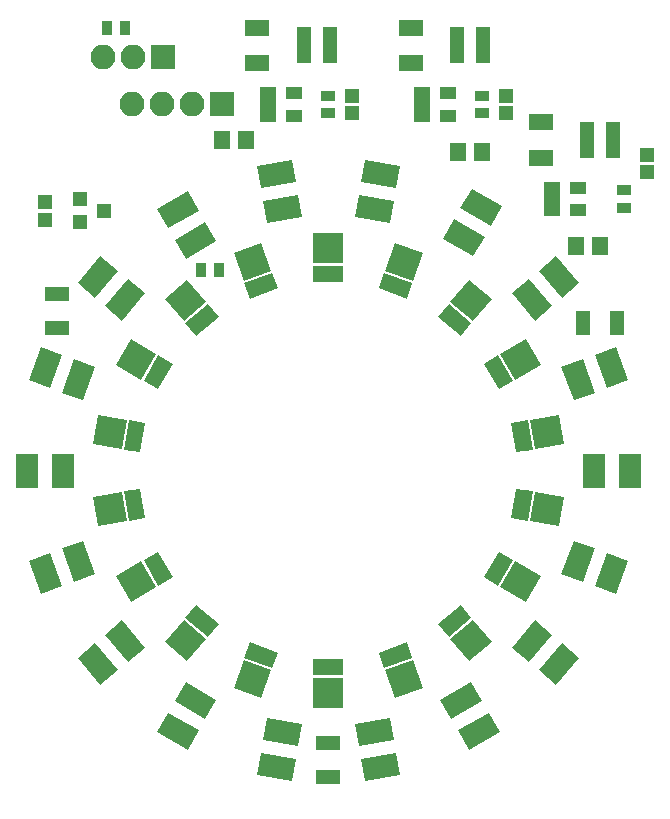
<source format=gts>
G04 #@! TF.GenerationSoftware,KiCad,Pcbnew,(5.99.0-490-gc7ce93e10)*
G04 #@! TF.CreationDate,2019-12-10T12:24:38+01:00*
G04 #@! TF.ProjectId,Led,4c65642e-6b69-4636-9164-5f7063625858,rev?*
G04 #@! TF.SameCoordinates,Original*
G04 #@! TF.FileFunction,Soldermask,Top*
G04 #@! TF.FilePolarity,Negative*
%FSLAX46Y46*%
G04 Gerber Fmt 4.6, Leading zero omitted, Abs format (unit mm)*
G04 Created by KiCad (PCBNEW (5.99.0-490-gc7ce93e10)) date 2019-12-10 12:24:38*
%MOMM*%
%LPD*%
G04 APERTURE LIST*
%ADD10R,0.900000X1.300000*%
%ADD11R,2.100000X2.100000*%
%ADD12O,2.100000X2.100000*%
%ADD13R,1.200000X3.100000*%
%ADD14R,1.900000X3.000000*%
%ADD15R,1.400000X1.650000*%
%ADD16R,1.150000X1.200000*%
%ADD17R,2.000000X1.400000*%
%ADD18R,1.460000X1.050000*%
%ADD19R,1.300000X1.200000*%
%ADD20R,1.300000X0.900000*%
%ADD21R,2.500000X2.500000*%
%ADD22R,2.500000X1.400000*%
%ADD23R,2.100000X1.300000*%
%ADD24R,1.300000X2.100000*%
G04 APERTURE END LIST*
D10*
X42250000Y-26500000D03*
X43750000Y-26500000D03*
X50250000Y-47000000D03*
X51750000Y-47000000D03*
D11*
X47000000Y-29000000D03*
D12*
X44460000Y-29000000D03*
X41920000Y-29000000D03*
D13*
X85100000Y-36000000D03*
X82900000Y-36000000D03*
X61100000Y-28000000D03*
X58900000Y-28000000D03*
X74100000Y-28000000D03*
X71900000Y-28000000D03*
G36*
X55788226Y-84956748D02*
G01*
X58742649Y-85477693D01*
X58412718Y-87348828D01*
X55458295Y-86827883D01*
X55788226Y-84956748D01*
G37*
G36*
X55267282Y-87911172D02*
G01*
X58221705Y-88432117D01*
X57891774Y-90303252D01*
X54937351Y-89782307D01*
X55267282Y-87911172D01*
G37*
G36*
X48925962Y-81908238D02*
G01*
X51524038Y-83408238D01*
X50574038Y-85053686D01*
X47975962Y-83553686D01*
X48925962Y-81908238D01*
G37*
G36*
X47425962Y-84506314D02*
G01*
X50024038Y-86006314D01*
X49074038Y-87651762D01*
X46475962Y-86151762D01*
X47425962Y-84506314D01*
G37*
G36*
X43532628Y-76696104D02*
G01*
X45460991Y-78994237D01*
X44005506Y-80215534D01*
X42077143Y-77917401D01*
X43532628Y-76696104D01*
G37*
G36*
X41234494Y-78624466D02*
G01*
X43162857Y-80922599D01*
X41707372Y-82143896D01*
X39779009Y-79845763D01*
X41234494Y-78624466D01*
G37*
G36*
X40239217Y-69952512D02*
G01*
X41265277Y-72771590D01*
X39479861Y-73421428D01*
X38453801Y-70602350D01*
X40239217Y-69952512D01*
G37*
G36*
X37420139Y-70978572D02*
G01*
X38446199Y-73797650D01*
X36660783Y-74447488D01*
X35634723Y-71628410D01*
X37420139Y-70978572D01*
G37*
D14*
X38500000Y-64000000D03*
X35500000Y-64000000D03*
G36*
X41265277Y-55228410D02*
G01*
X40239217Y-58047488D01*
X38453801Y-57397650D01*
X39479861Y-54578572D01*
X41265277Y-55228410D01*
G37*
G36*
X38446199Y-54202350D02*
G01*
X37420139Y-57021428D01*
X35634723Y-56371590D01*
X36660783Y-53552512D01*
X38446199Y-54202350D01*
G37*
G36*
X45460991Y-49005763D02*
G01*
X43532628Y-51303896D01*
X42077143Y-50082599D01*
X44005506Y-47784466D01*
X45460991Y-49005763D01*
G37*
G36*
X43162857Y-47077401D02*
G01*
X41234494Y-49375534D01*
X39779009Y-48154237D01*
X41707372Y-45856104D01*
X43162857Y-47077401D01*
G37*
G36*
X51524038Y-44591762D02*
G01*
X48925962Y-46091762D01*
X47975962Y-44446314D01*
X50574038Y-42946314D01*
X51524038Y-44591762D01*
G37*
G36*
X50024038Y-41993686D02*
G01*
X47425962Y-43493686D01*
X46475962Y-41848238D01*
X49074038Y-40348238D01*
X50024038Y-41993686D01*
G37*
G36*
X58742649Y-42522307D02*
G01*
X55788226Y-43043252D01*
X55458295Y-41172117D01*
X58412718Y-40651172D01*
X58742649Y-42522307D01*
G37*
G36*
X58221705Y-39567883D02*
G01*
X55267282Y-40088828D01*
X54937351Y-38217693D01*
X57891774Y-37696748D01*
X58221705Y-39567883D01*
G37*
G36*
X66211774Y-43043252D02*
G01*
X63257351Y-42522307D01*
X63587282Y-40651172D01*
X66541705Y-41172117D01*
X66211774Y-43043252D01*
G37*
G36*
X66732718Y-40088828D02*
G01*
X63778295Y-39567883D01*
X64108226Y-37696748D01*
X67062649Y-38217693D01*
X66732718Y-40088828D01*
G37*
G36*
X78467372Y-51303896D02*
G01*
X76539009Y-49005763D01*
X77994494Y-47784466D01*
X79922857Y-50082599D01*
X78467372Y-51303896D01*
G37*
G36*
X80765506Y-49375534D02*
G01*
X78837143Y-47077401D01*
X80292628Y-45856104D01*
X82220991Y-48154237D01*
X80765506Y-49375534D01*
G37*
G36*
X81760783Y-58047488D02*
G01*
X80734723Y-55228410D01*
X82520139Y-54578572D01*
X83546199Y-57397650D01*
X81760783Y-58047488D01*
G37*
G36*
X84579861Y-57021428D02*
G01*
X83553801Y-54202350D01*
X85339217Y-53552512D01*
X86365277Y-56371590D01*
X84579861Y-57021428D01*
G37*
X83500000Y-64000000D03*
X86500000Y-64000000D03*
G36*
X80734723Y-72771590D02*
G01*
X81760783Y-69952512D01*
X83546199Y-70602350D01*
X82520139Y-73421428D01*
X80734723Y-72771590D01*
G37*
G36*
X83553801Y-73797650D02*
G01*
X84579861Y-70978572D01*
X86365277Y-71628410D01*
X85339217Y-74447488D01*
X83553801Y-73797650D01*
G37*
G36*
X76539009Y-78994237D02*
G01*
X78467372Y-76696104D01*
X79922857Y-77917401D01*
X77994494Y-80215534D01*
X76539009Y-78994237D01*
G37*
G36*
X78837143Y-80922599D02*
G01*
X80765506Y-78624466D01*
X82220991Y-79845763D01*
X80292628Y-82143896D01*
X78837143Y-80922599D01*
G37*
G36*
X70465962Y-83408238D02*
G01*
X73064038Y-81908238D01*
X74014038Y-83553686D01*
X71415962Y-85053686D01*
X70465962Y-83408238D01*
G37*
G36*
X71965962Y-86006314D02*
G01*
X74564038Y-84506314D01*
X75514038Y-86151762D01*
X72915962Y-87651762D01*
X71965962Y-86006314D01*
G37*
G36*
X63257351Y-85477693D02*
G01*
X66211774Y-84956748D01*
X66541705Y-86827883D01*
X63587282Y-87348828D01*
X63257351Y-85477693D01*
G37*
G36*
X63778295Y-88432117D02*
G01*
X66732718Y-87911172D01*
X67062649Y-89782307D01*
X64108226Y-90303252D01*
X63778295Y-88432117D01*
G37*
D15*
X74000000Y-37000000D03*
X72000000Y-37000000D03*
X84000000Y-45000000D03*
X82000000Y-45000000D03*
D16*
X76000000Y-32250000D03*
X76000000Y-33750000D03*
D15*
X54000000Y-36000000D03*
X52000000Y-36000000D03*
D16*
X63000000Y-32250000D03*
X63000000Y-33750000D03*
X88000000Y-37250000D03*
X88000000Y-38750000D03*
X37000000Y-42750000D03*
X37000000Y-41250000D03*
D17*
X68000000Y-26500000D03*
X68000000Y-29500000D03*
X55000000Y-26500000D03*
X55000000Y-29500000D03*
X79000000Y-34500000D03*
X79000000Y-37500000D03*
D18*
X55900000Y-32050000D03*
X55900000Y-33000000D03*
X55900000Y-33950000D03*
X58100000Y-33950000D03*
X58100000Y-32050000D03*
X79900000Y-40050000D03*
X79900000Y-41000000D03*
X79900000Y-41950000D03*
X82100000Y-41950000D03*
X82100000Y-40050000D03*
X68900000Y-32050000D03*
X68900000Y-33000000D03*
X68900000Y-33950000D03*
X71100000Y-33950000D03*
X71100000Y-32050000D03*
D19*
X40000000Y-41050000D03*
X40000000Y-42950000D03*
X42000000Y-42000000D03*
D20*
X74000000Y-33750000D03*
X74000000Y-32250000D03*
X61000000Y-33750000D03*
X61000000Y-32250000D03*
X86000000Y-41750000D03*
X86000000Y-40250000D03*
G36*
X73274038Y-45871762D02*
G01*
X70675962Y-44371762D01*
X71625962Y-42726314D01*
X74224038Y-44226314D01*
X73274038Y-45871762D01*
G37*
G36*
X74774038Y-43273686D02*
G01*
X72175962Y-41773686D01*
X73125962Y-40128238D01*
X75724038Y-41628238D01*
X74774038Y-43273686D01*
G37*
D21*
X61000000Y-82810000D03*
D22*
X61000000Y-80650000D03*
G36*
X53825873Y-80069010D02*
G01*
X56175105Y-80924060D01*
X55320055Y-83273292D01*
X52970823Y-82418242D01*
X53825873Y-80069010D01*
G37*
G36*
X54376525Y-78556105D02*
G01*
X56725757Y-79411155D01*
X56246929Y-80726725D01*
X53897697Y-79871675D01*
X54376525Y-78556105D01*
G37*
G36*
X48755271Y-76639456D02*
G01*
X50670382Y-78246425D01*
X49063413Y-80161536D01*
X47148302Y-78554567D01*
X48755271Y-76639456D01*
G37*
G36*
X49790159Y-75406124D02*
G01*
X51705270Y-77013093D01*
X50805367Y-78085556D01*
X48890256Y-76478587D01*
X49790159Y-75406124D01*
G37*
G36*
X45176051Y-71697468D02*
G01*
X46426051Y-73862532D01*
X44260987Y-75112532D01*
X43010987Y-72947468D01*
X45176051Y-71697468D01*
G37*
G36*
X46570352Y-70892468D02*
G01*
X47820352Y-73057532D01*
X46607916Y-73757532D01*
X45357916Y-71592468D01*
X46570352Y-70892468D01*
G37*
G36*
X43496255Y-65812585D02*
G01*
X43930376Y-68274604D01*
X41468357Y-68708725D01*
X41034236Y-66246706D01*
X43496255Y-65812585D01*
G37*
G36*
X45081795Y-65533012D02*
G01*
X45515916Y-67995031D01*
X44137185Y-68238138D01*
X43703064Y-65776119D01*
X45081795Y-65533012D01*
G37*
G36*
X43930376Y-59725396D02*
G01*
X43496255Y-62187415D01*
X41034236Y-61753294D01*
X41468357Y-59291275D01*
X43930376Y-59725396D01*
G37*
G36*
X45515916Y-60004969D02*
G01*
X45081795Y-62466988D01*
X43703064Y-62223881D01*
X44137185Y-59761862D01*
X45515916Y-60004969D01*
G37*
G36*
X46426051Y-54137468D02*
G01*
X45176051Y-56302532D01*
X43010987Y-55052532D01*
X44260987Y-52887468D01*
X46426051Y-54137468D01*
G37*
G36*
X47820352Y-54942468D02*
G01*
X46570352Y-57107532D01*
X45357916Y-56407532D01*
X46607916Y-54242468D01*
X47820352Y-54942468D01*
G37*
G36*
X50670382Y-49753575D02*
G01*
X48755271Y-51360544D01*
X47148302Y-49445433D01*
X49063413Y-47838464D01*
X50670382Y-49753575D01*
G37*
G36*
X51705270Y-50986907D02*
G01*
X49790159Y-52593876D01*
X48890256Y-51521413D01*
X50805367Y-49914444D01*
X51705270Y-50986907D01*
G37*
G36*
X56175105Y-47075940D02*
G01*
X53825873Y-47930990D01*
X52970823Y-45581758D01*
X55320055Y-44726708D01*
X56175105Y-47075940D01*
G37*
G36*
X56725757Y-48588845D02*
G01*
X54376525Y-49443895D01*
X53897697Y-48128325D01*
X56246929Y-47273275D01*
X56725757Y-48588845D01*
G37*
D21*
X61000000Y-45190000D03*
D22*
X61000000Y-47350000D03*
G36*
X68174127Y-47930990D02*
G01*
X65824895Y-47075940D01*
X66679945Y-44726708D01*
X69029177Y-45581758D01*
X68174127Y-47930990D01*
G37*
G36*
X67623475Y-49443895D02*
G01*
X65274243Y-48588845D01*
X65753071Y-47273275D01*
X68102303Y-48128325D01*
X67623475Y-49443895D01*
G37*
G36*
X73244729Y-51360544D02*
G01*
X71329618Y-49753575D01*
X72936587Y-47838464D01*
X74851698Y-49445433D01*
X73244729Y-51360544D01*
G37*
G36*
X72209841Y-52593876D02*
G01*
X70294730Y-50986907D01*
X71194633Y-49914444D01*
X73109744Y-51521413D01*
X72209841Y-52593876D01*
G37*
G36*
X76823949Y-56312532D02*
G01*
X75573949Y-54147468D01*
X77739013Y-52897468D01*
X78989013Y-55062532D01*
X76823949Y-56312532D01*
G37*
G36*
X75429648Y-57117532D02*
G01*
X74179648Y-54952468D01*
X75392084Y-54252468D01*
X76642084Y-56417532D01*
X75429648Y-57117532D01*
G37*
G36*
X78503745Y-62187415D02*
G01*
X78069624Y-59725396D01*
X80531643Y-59291275D01*
X80965764Y-61753294D01*
X78503745Y-62187415D01*
G37*
G36*
X76918205Y-62466988D02*
G01*
X76484084Y-60004969D01*
X77862815Y-59761862D01*
X78296936Y-62223881D01*
X76918205Y-62466988D01*
G37*
G36*
X78069624Y-68274604D02*
G01*
X78503745Y-65812585D01*
X80965764Y-66246706D01*
X80531643Y-68708725D01*
X78069624Y-68274604D01*
G37*
G36*
X76484084Y-67995031D02*
G01*
X76918205Y-65533012D01*
X78296936Y-65776119D01*
X77862815Y-68238138D01*
X76484084Y-67995031D01*
G37*
G36*
X75573949Y-73862532D02*
G01*
X76823949Y-71697468D01*
X78989013Y-72947468D01*
X77739013Y-75112532D01*
X75573949Y-73862532D01*
G37*
G36*
X74179648Y-73057532D02*
G01*
X75429648Y-70892468D01*
X76642084Y-71592468D01*
X75392084Y-73757532D01*
X74179648Y-73057532D01*
G37*
G36*
X71329618Y-78246425D02*
G01*
X73244729Y-76639456D01*
X74851698Y-78554567D01*
X72936587Y-80161536D01*
X71329618Y-78246425D01*
G37*
G36*
X70294730Y-77013093D02*
G01*
X72209841Y-75406124D01*
X73109744Y-76478587D01*
X71194633Y-78085556D01*
X70294730Y-77013093D01*
G37*
G36*
X65824895Y-80924060D02*
G01*
X68174127Y-80069010D01*
X69029177Y-82418242D01*
X66679945Y-83273292D01*
X65824895Y-80924060D01*
G37*
G36*
X65274243Y-79411155D02*
G01*
X67623475Y-78556105D01*
X68102303Y-79871675D01*
X65753071Y-80726725D01*
X65274243Y-79411155D01*
G37*
D11*
X52000000Y-33000000D03*
D12*
X49460000Y-33000000D03*
X46920000Y-33000000D03*
X44380000Y-33000000D03*
D23*
X61000000Y-87050000D03*
X61000000Y-89950000D03*
D24*
X85450000Y-51500000D03*
X82550000Y-51500000D03*
D23*
X38000000Y-49050000D03*
X38000000Y-51950000D03*
M02*

</source>
